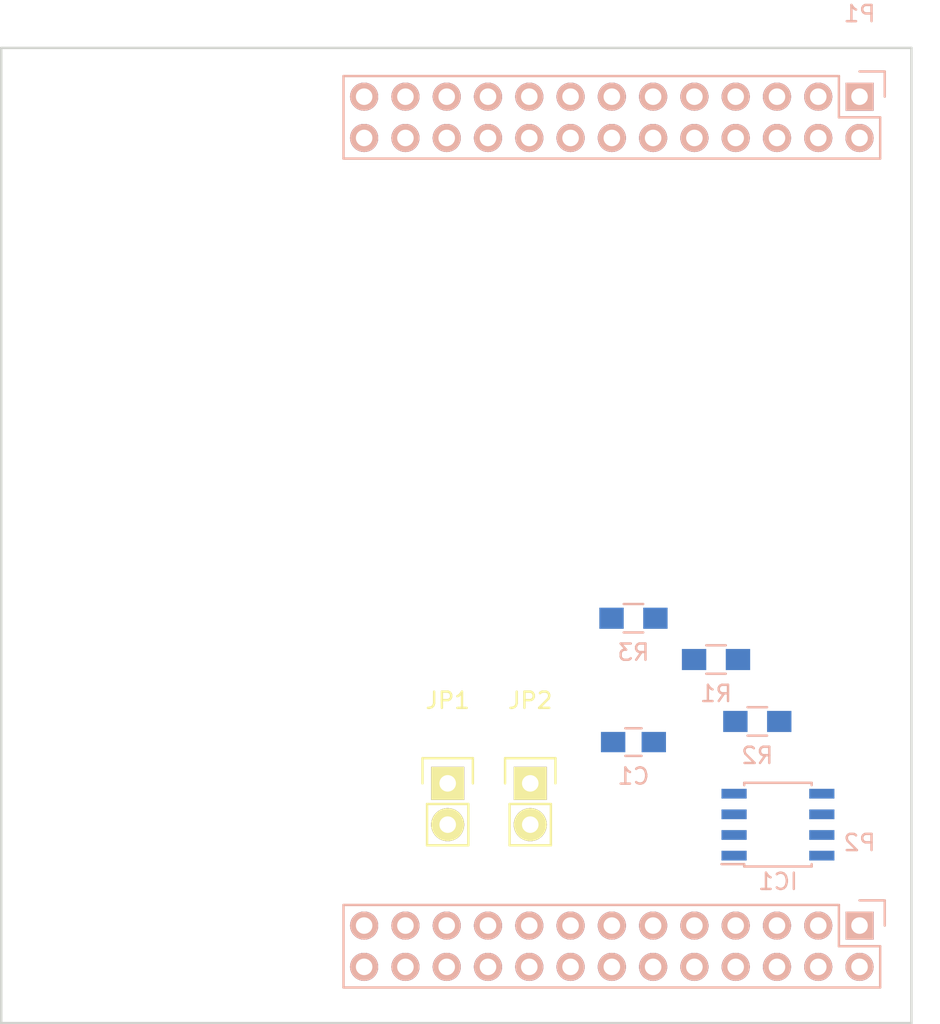
<source format=kicad_pcb>
(kicad_pcb (version 4) (host pcbnew 4.0.2-4+6225~38~ubuntu14.04.1-stable)

  (general
    (links 23)
    (no_connects 23)
    (area 49.924999 49.924999 106.075001 110.075001)
    (thickness 1.6)
    (drawings 4)
    (tracks 0)
    (zones 0)
    (modules 9)
    (nets 50)
  )

  (page A4)
  (layers
    (0 F.Cu signal)
    (31 B.Cu signal)
    (32 B.Adhes user)
    (33 F.Adhes user)
    (34 B.Paste user)
    (35 F.Paste user)
    (36 B.SilkS user)
    (37 F.SilkS user)
    (38 B.Mask user)
    (39 F.Mask user)
    (40 Dwgs.User user)
    (41 Cmts.User user)
    (42 Eco1.User user)
    (43 Eco2.User user)
    (44 Edge.Cuts user)
    (45 Margin user)
    (46 B.CrtYd user)
    (47 F.CrtYd user)
    (48 B.Fab user)
    (49 F.Fab user)
  )

  (setup
    (last_trace_width 0.25)
    (trace_clearance 0.2)
    (zone_clearance 0.508)
    (zone_45_only no)
    (trace_min 0.2)
    (segment_width 0.2)
    (edge_width 0.15)
    (via_size 0.6)
    (via_drill 0.4)
    (via_min_size 0.4)
    (via_min_drill 0.3)
    (uvia_size 0.3)
    (uvia_drill 0.1)
    (uvias_allowed no)
    (uvia_min_size 0.2)
    (uvia_min_drill 0.1)
    (pcb_text_width 0.3)
    (pcb_text_size 1.5 1.5)
    (mod_edge_width 0.15)
    (mod_text_size 1 1)
    (mod_text_width 0.15)
    (pad_size 1.524 1.524)
    (pad_drill 0.762)
    (pad_to_mask_clearance 0.2)
    (aux_axis_origin 0 0)
    (visible_elements FFFFFF7F)
    (pcbplotparams
      (layerselection 0x00030_80000001)
      (usegerberextensions false)
      (excludeedgelayer true)
      (linewidth 0.100000)
      (plotframeref false)
      (viasonmask false)
      (mode 1)
      (useauxorigin false)
      (hpglpennumber 1)
      (hpglpenspeed 20)
      (hpglpendiameter 15)
      (hpglpenoverlay 2)
      (psnegative false)
      (psa4output false)
      (plotreference true)
      (plotvalue true)
      (plotinvisibletext false)
      (padsonsilk false)
      (subtractmaskfromsilk false)
      (outputformat 1)
      (mirror false)
      (drillshape 1)
      (scaleselection 1)
      (outputdirectory ""))
  )

  (net 0 "")
  (net 1 "Net-(C1-Pad1)")
  (net 2 GND)
  (net 3 +3V3D)
  (net 4 "Net-(IC1-Pad7)")
  (net 5 I2C0_SDA)
  (net 6 I2C0_SCL)
  (net 7 "Net-(JP2-Pad1)")
  (net 8 +5VDC)
  (net 9 -3V3D)
  (net 10 SPI_MOSI)
  (net 11 SPI_MISO)
  (net 12 SPI_SCK)
  (net 13 SPI_CSN)
  (net 14 UART_TX)
  (net 15 UART_RX)
  (net 16 I2C_SCL)
  (net 17 I2C_SDA)
  (net 18 AI0)
  (net 19 AI1)
  (net 20 AI2)
  (net 21 AI3)
  (net 22 AO0)
  (net 23 AO1)
  (net 24 AO2)
  (net 25 AO3)
  (net 26 /CLKP)
  (net 27 /CLKN)
  (net 28 DIO0_P)
  (net 29 DIO0_N)
  (net 30 DIO1_P)
  (net 31 DIO1_N)
  (net 32 DIO2_P)
  (net 33 DIO2_N)
  (net 34 DIO3_P)
  (net 35 DIO3_N)
  (net 36 DIO4_P)
  (net 37 DIO4_N)
  (net 38 DIO5_P)
  (net 39 DIO5_N)
  (net 40 DIO6_P)
  (net 41 DIO6_N)
  (net 42 DIO7_P)
  (net 43 DIO7_N)
  (net 44 "Net-(P2-Pad19)")
  (net 45 "Net-(P2-Pad20)")
  (net 46 "Net-(P2-Pad21)")
  (net 47 "Net-(P2-Pad22)")
  (net 48 "Net-(P2-Pad23)")
  (net 49 "Net-(P2-Pad24)")

  (net_class Default "This is the default net class."
    (clearance 0.2)
    (trace_width 0.25)
    (via_dia 0.6)
    (via_drill 0.4)
    (uvia_dia 0.3)
    (uvia_drill 0.1)
    (add_net +3V3D)
    (add_net +5VDC)
    (add_net -3V3D)
    (add_net /CLKN)
    (add_net /CLKP)
    (add_net AI0)
    (add_net AI1)
    (add_net AI2)
    (add_net AI3)
    (add_net AO0)
    (add_net AO1)
    (add_net AO2)
    (add_net AO3)
    (add_net DIO0_N)
    (add_net DIO0_P)
    (add_net DIO1_N)
    (add_net DIO1_P)
    (add_net DIO2_N)
    (add_net DIO2_P)
    (add_net DIO3_N)
    (add_net DIO3_P)
    (add_net DIO4_N)
    (add_net DIO4_P)
    (add_net DIO5_N)
    (add_net DIO5_P)
    (add_net DIO6_N)
    (add_net DIO6_P)
    (add_net DIO7_N)
    (add_net DIO7_P)
    (add_net GND)
    (add_net I2C0_SCL)
    (add_net I2C0_SDA)
    (add_net I2C_SCL)
    (add_net I2C_SDA)
    (add_net "Net-(C1-Pad1)")
    (add_net "Net-(IC1-Pad7)")
    (add_net "Net-(JP2-Pad1)")
    (add_net "Net-(P2-Pad19)")
    (add_net "Net-(P2-Pad20)")
    (add_net "Net-(P2-Pad21)")
    (add_net "Net-(P2-Pad22)")
    (add_net "Net-(P2-Pad23)")
    (add_net "Net-(P2-Pad24)")
    (add_net SPI_CSN)
    (add_net SPI_MISO)
    (add_net SPI_MOSI)
    (add_net SPI_SCK)
    (add_net UART_RX)
    (add_net UART_TX)
  )

  (module Capacitors_SMD:C_0805_HandSoldering (layer B.Cu) (tedit 541A9B8D) (tstamp 56E56742)
    (at 88.9 92.71)
    (descr "Capacitor SMD 0805, hand soldering")
    (tags "capacitor 0805")
    (path /56E4CA4D)
    (attr smd)
    (fp_text reference C1 (at 0 2.1) (layer B.SilkS)
      (effects (font (size 1 1) (thickness 0.15)) (justify mirror))
    )
    (fp_text value 100n (at 0 -2.1) (layer B.Fab)
      (effects (font (size 1 1) (thickness 0.15)) (justify mirror))
    )
    (fp_line (start -2.3 1) (end 2.3 1) (layer B.CrtYd) (width 0.05))
    (fp_line (start -2.3 -1) (end 2.3 -1) (layer B.CrtYd) (width 0.05))
    (fp_line (start -2.3 1) (end -2.3 -1) (layer B.CrtYd) (width 0.05))
    (fp_line (start 2.3 1) (end 2.3 -1) (layer B.CrtYd) (width 0.05))
    (fp_line (start 0.5 0.85) (end -0.5 0.85) (layer B.SilkS) (width 0.15))
    (fp_line (start -0.5 -0.85) (end 0.5 -0.85) (layer B.SilkS) (width 0.15))
    (pad 1 smd rect (at -1.25 0) (size 1.5 1.25) (layers B.Cu B.Paste B.Mask)
      (net 1 "Net-(C1-Pad1)"))
    (pad 2 smd rect (at 1.25 0) (size 1.5 1.25) (layers B.Cu B.Paste B.Mask)
      (net 2 GND))
    (model Capacitors_SMD.3dshapes/C_0805_HandSoldering.wrl
      (at (xyz 0 0 0))
      (scale (xyz 1 1 1))
      (rotate (xyz 0 0 0))
    )
  )

  (module Resistors_SMD:R_0805_HandSoldering (layer B.Cu) (tedit 54189DEE) (tstamp 56E5674E)
    (at 93.98 87.63)
    (descr "Resistor SMD 0805, hand soldering")
    (tags "resistor 0805")
    (path /56E4BDE4)
    (attr smd)
    (fp_text reference R1 (at 0 2.1) (layer B.SilkS)
      (effects (font (size 1 1) (thickness 0.15)) (justify mirror))
    )
    (fp_text value 10k (at 0 -2.1) (layer B.Fab)
      (effects (font (size 1 1) (thickness 0.15)) (justify mirror))
    )
    (fp_line (start -2.4 1) (end 2.4 1) (layer B.CrtYd) (width 0.05))
    (fp_line (start -2.4 -1) (end 2.4 -1) (layer B.CrtYd) (width 0.05))
    (fp_line (start -2.4 1) (end -2.4 -1) (layer B.CrtYd) (width 0.05))
    (fp_line (start 2.4 1) (end 2.4 -1) (layer B.CrtYd) (width 0.05))
    (fp_line (start 0.6 -0.875) (end -0.6 -0.875) (layer B.SilkS) (width 0.15))
    (fp_line (start -0.6 0.875) (end 0.6 0.875) (layer B.SilkS) (width 0.15))
    (pad 1 smd rect (at -1.35 0) (size 1.5 1.3) (layers B.Cu B.Paste B.Mask)
      (net 3 +3V3D))
    (pad 2 smd rect (at 1.35 0) (size 1.5 1.3) (layers B.Cu B.Paste B.Mask)
      (net 4 "Net-(IC1-Pad7)"))
    (model Resistors_SMD.3dshapes/R_0805_HandSoldering.wrl
      (at (xyz 0 0 0))
      (scale (xyz 1 1 1))
      (rotate (xyz 0 0 0))
    )
  )

  (module Resistors_SMD:R_0805_HandSoldering (layer B.Cu) (tedit 54189DEE) (tstamp 56E5675A)
    (at 96.52 91.44)
    (descr "Resistor SMD 0805, hand soldering")
    (tags "resistor 0805")
    (path /56E4BC4F)
    (attr smd)
    (fp_text reference R2 (at 0 2.1) (layer B.SilkS)
      (effects (font (size 1 1) (thickness 0.15)) (justify mirror))
    )
    (fp_text value 10k (at 0 -2.1) (layer B.Fab)
      (effects (font (size 1 1) (thickness 0.15)) (justify mirror))
    )
    (fp_line (start -2.4 1) (end 2.4 1) (layer B.CrtYd) (width 0.05))
    (fp_line (start -2.4 -1) (end 2.4 -1) (layer B.CrtYd) (width 0.05))
    (fp_line (start -2.4 1) (end -2.4 -1) (layer B.CrtYd) (width 0.05))
    (fp_line (start 2.4 1) (end 2.4 -1) (layer B.CrtYd) (width 0.05))
    (fp_line (start 0.6 -0.875) (end -0.6 -0.875) (layer B.SilkS) (width 0.15))
    (fp_line (start -0.6 0.875) (end 0.6 0.875) (layer B.SilkS) (width 0.15))
    (pad 1 smd rect (at -1.35 0) (size 1.5 1.3) (layers B.Cu B.Paste B.Mask)
      (net 3 +3V3D))
    (pad 2 smd rect (at 1.35 0) (size 1.5 1.3) (layers B.Cu B.Paste B.Mask)
      (net 5 I2C0_SDA))
    (model Resistors_SMD.3dshapes/R_0805_HandSoldering.wrl
      (at (xyz 0 0 0))
      (scale (xyz 1 1 1))
      (rotate (xyz 0 0 0))
    )
  )

  (module Resistors_SMD:R_0805_HandSoldering (layer B.Cu) (tedit 54189DEE) (tstamp 56E56766)
    (at 88.9 85.09)
    (descr "Resistor SMD 0805, hand soldering")
    (tags "resistor 0805")
    (path /56E4BD69)
    (attr smd)
    (fp_text reference R3 (at 0 2.1) (layer B.SilkS)
      (effects (font (size 1 1) (thickness 0.15)) (justify mirror))
    )
    (fp_text value 10k (at 0 -2.1) (layer B.Fab)
      (effects (font (size 1 1) (thickness 0.15)) (justify mirror))
    )
    (fp_line (start -2.4 1) (end 2.4 1) (layer B.CrtYd) (width 0.05))
    (fp_line (start -2.4 -1) (end 2.4 -1) (layer B.CrtYd) (width 0.05))
    (fp_line (start -2.4 1) (end -2.4 -1) (layer B.CrtYd) (width 0.05))
    (fp_line (start 2.4 1) (end 2.4 -1) (layer B.CrtYd) (width 0.05))
    (fp_line (start 0.6 -0.875) (end -0.6 -0.875) (layer B.SilkS) (width 0.15))
    (fp_line (start -0.6 0.875) (end 0.6 0.875) (layer B.SilkS) (width 0.15))
    (pad 1 smd rect (at -1.35 0) (size 1.5 1.3) (layers B.Cu B.Paste B.Mask)
      (net 3 +3V3D))
    (pad 2 smd rect (at 1.35 0) (size 1.5 1.3) (layers B.Cu B.Paste B.Mask)
      (net 6 I2C0_SCL))
    (model Resistors_SMD.3dshapes/R_0805_HandSoldering.wrl
      (at (xyz 0 0 0))
      (scale (xyz 1 1 1))
      (rotate (xyz 0 0 0))
    )
  )

  (module Pin_Headers:Pin_Header_Straight_1x02 (layer F.Cu) (tedit 54EA090C) (tstamp 56E5701C)
    (at 77.47 95.25)
    (descr "Through hole pin header")
    (tags "pin header")
    (path /56E4C208)
    (fp_text reference JP1 (at 0 -5.1) (layer F.SilkS)
      (effects (font (size 1 1) (thickness 0.15)))
    )
    (fp_text value JUMPER (at 0 -3.1) (layer F.Fab)
      (effects (font (size 1 1) (thickness 0.15)))
    )
    (fp_line (start 1.27 1.27) (end 1.27 3.81) (layer F.SilkS) (width 0.15))
    (fp_line (start 1.55 -1.55) (end 1.55 0) (layer F.SilkS) (width 0.15))
    (fp_line (start -1.75 -1.75) (end -1.75 4.3) (layer F.CrtYd) (width 0.05))
    (fp_line (start 1.75 -1.75) (end 1.75 4.3) (layer F.CrtYd) (width 0.05))
    (fp_line (start -1.75 -1.75) (end 1.75 -1.75) (layer F.CrtYd) (width 0.05))
    (fp_line (start -1.75 4.3) (end 1.75 4.3) (layer F.CrtYd) (width 0.05))
    (fp_line (start 1.27 1.27) (end -1.27 1.27) (layer F.SilkS) (width 0.15))
    (fp_line (start -1.55 0) (end -1.55 -1.55) (layer F.SilkS) (width 0.15))
    (fp_line (start -1.55 -1.55) (end 1.55 -1.55) (layer F.SilkS) (width 0.15))
    (fp_line (start -1.27 1.27) (end -1.27 3.81) (layer F.SilkS) (width 0.15))
    (fp_line (start -1.27 3.81) (end 1.27 3.81) (layer F.SilkS) (width 0.15))
    (pad 1 thru_hole rect (at 0 0) (size 2.032 2.032) (drill 1.016) (layers *.Cu *.Mask F.SilkS)
      (net 4 "Net-(IC1-Pad7)"))
    (pad 2 thru_hole oval (at 0 2.54) (size 2.032 2.032) (drill 1.016) (layers *.Cu *.Mask F.SilkS)
      (net 2 GND))
    (model Pin_Headers.3dshapes/Pin_Header_Straight_1x02.wrl
      (at (xyz 0 -0.05 0))
      (scale (xyz 1 1 1))
      (rotate (xyz 0 0 90))
    )
  )

  (module Pin_Headers:Pin_Header_Straight_1x02 (layer F.Cu) (tedit 54EA090C) (tstamp 56E5702D)
    (at 82.55 95.25)
    (descr "Through hole pin header")
    (tags "pin header")
    (path /56DF7FEF)
    (fp_text reference JP2 (at 0 -5.1) (layer F.SilkS)
      (effects (font (size 1 1) (thickness 0.15)))
    )
    (fp_text value JUMPER (at 0 -3.1) (layer F.Fab)
      (effects (font (size 1 1) (thickness 0.15)))
    )
    (fp_line (start 1.27 1.27) (end 1.27 3.81) (layer F.SilkS) (width 0.15))
    (fp_line (start 1.55 -1.55) (end 1.55 0) (layer F.SilkS) (width 0.15))
    (fp_line (start -1.75 -1.75) (end -1.75 4.3) (layer F.CrtYd) (width 0.05))
    (fp_line (start 1.75 -1.75) (end 1.75 4.3) (layer F.CrtYd) (width 0.05))
    (fp_line (start -1.75 -1.75) (end 1.75 -1.75) (layer F.CrtYd) (width 0.05))
    (fp_line (start -1.75 4.3) (end 1.75 4.3) (layer F.CrtYd) (width 0.05))
    (fp_line (start 1.27 1.27) (end -1.27 1.27) (layer F.SilkS) (width 0.15))
    (fp_line (start -1.55 0) (end -1.55 -1.55) (layer F.SilkS) (width 0.15))
    (fp_line (start -1.55 -1.55) (end 1.55 -1.55) (layer F.SilkS) (width 0.15))
    (fp_line (start -1.27 1.27) (end -1.27 3.81) (layer F.SilkS) (width 0.15))
    (fp_line (start -1.27 3.81) (end 1.27 3.81) (layer F.SilkS) (width 0.15))
    (pad 1 thru_hole rect (at 0 0) (size 2.032 2.032) (drill 1.016) (layers *.Cu *.Mask F.SilkS)
      (net 7 "Net-(JP2-Pad1)"))
    (pad 2 thru_hole oval (at 0 2.54) (size 2.032 2.032) (drill 1.016) (layers *.Cu *.Mask F.SilkS)
      (net 2 GND))
    (model Pin_Headers.3dshapes/Pin_Header_Straight_1x02.wrl
      (at (xyz 0 -0.05 0))
      (scale (xyz 1 1 1))
      (rotate (xyz 0 0 90))
    )
  )

  (module Socket_Strips:Socket_Strip_Straight_2x13 (layer B.Cu) (tedit 0) (tstamp 56E57057)
    (at 102.81 53 180)
    (descr "Through hole socket strip")
    (tags "socket strip")
    (path /56E4CDC9)
    (fp_text reference P1 (at 0 5.1 180) (layer B.SilkS)
      (effects (font (size 1 1) (thickness 0.15)) (justify mirror))
    )
    (fp_text value CONN_02X13 (at 0 3.1 180) (layer B.Fab)
      (effects (font (size 1 1) (thickness 0.15)) (justify mirror))
    )
    (fp_line (start -1.75 1.75) (end -1.75 -4.3) (layer B.CrtYd) (width 0.05))
    (fp_line (start 32.25 1.75) (end 32.25 -4.3) (layer B.CrtYd) (width 0.05))
    (fp_line (start -1.75 1.75) (end 32.25 1.75) (layer B.CrtYd) (width 0.05))
    (fp_line (start -1.75 -4.3) (end 32.25 -4.3) (layer B.CrtYd) (width 0.05))
    (fp_line (start -1.27 -3.81) (end 31.75 -3.81) (layer B.SilkS) (width 0.15))
    (fp_line (start 1.27 1.27) (end 31.75 1.27) (layer B.SilkS) (width 0.15))
    (fp_line (start 31.75 -3.81) (end 31.75 1.27) (layer B.SilkS) (width 0.15))
    (fp_line (start -1.27 -3.81) (end -1.27 -1.27) (layer B.SilkS) (width 0.15))
    (fp_line (start 0 1.55) (end -1.55 1.55) (layer B.SilkS) (width 0.15))
    (fp_line (start -1.27 -1.27) (end 1.27 -1.27) (layer B.SilkS) (width 0.15))
    (fp_line (start 1.27 -1.27) (end 1.27 1.27) (layer B.SilkS) (width 0.15))
    (fp_line (start -1.55 1.55) (end -1.55 0) (layer B.SilkS) (width 0.15))
    (pad 1 thru_hole rect (at 0 0 180) (size 1.7272 1.7272) (drill 1.016) (layers *.Cu *.Mask B.SilkS)
      (net 8 +5VDC))
    (pad 2 thru_hole oval (at 0 -2.54 180) (size 1.7272 1.7272) (drill 1.016) (layers *.Cu *.Mask B.SilkS)
      (net 9 -3V3D))
    (pad 3 thru_hole oval (at 2.54 0 180) (size 1.7272 1.7272) (drill 1.016) (layers *.Cu *.Mask B.SilkS)
      (net 10 SPI_MOSI))
    (pad 4 thru_hole oval (at 2.54 -2.54 180) (size 1.7272 1.7272) (drill 1.016) (layers *.Cu *.Mask B.SilkS)
      (net 11 SPI_MISO))
    (pad 5 thru_hole oval (at 5.08 0 180) (size 1.7272 1.7272) (drill 1.016) (layers *.Cu *.Mask B.SilkS)
      (net 12 SPI_SCK))
    (pad 6 thru_hole oval (at 5.08 -2.54 180) (size 1.7272 1.7272) (drill 1.016) (layers *.Cu *.Mask B.SilkS)
      (net 13 SPI_CSN))
    (pad 7 thru_hole oval (at 7.62 0 180) (size 1.7272 1.7272) (drill 1.016) (layers *.Cu *.Mask B.SilkS)
      (net 14 UART_TX))
    (pad 8 thru_hole oval (at 7.62 -2.54 180) (size 1.7272 1.7272) (drill 1.016) (layers *.Cu *.Mask B.SilkS)
      (net 15 UART_RX))
    (pad 9 thru_hole oval (at 10.16 0 180) (size 1.7272 1.7272) (drill 1.016) (layers *.Cu *.Mask B.SilkS)
      (net 16 I2C_SCL))
    (pad 10 thru_hole oval (at 10.16 -2.54 180) (size 1.7272 1.7272) (drill 1.016) (layers *.Cu *.Mask B.SilkS)
      (net 17 I2C_SDA))
    (pad 11 thru_hole oval (at 12.7 0 180) (size 1.7272 1.7272) (drill 1.016) (layers *.Cu *.Mask B.SilkS)
      (net 7 "Net-(JP2-Pad1)"))
    (pad 12 thru_hole oval (at 12.7 -2.54 180) (size 1.7272 1.7272) (drill 1.016) (layers *.Cu *.Mask B.SilkS)
      (net 2 GND))
    (pad 13 thru_hole oval (at 15.24 0 180) (size 1.7272 1.7272) (drill 1.016) (layers *.Cu *.Mask B.SilkS)
      (net 18 AI0))
    (pad 14 thru_hole oval (at 15.24 -2.54 180) (size 1.7272 1.7272) (drill 1.016) (layers *.Cu *.Mask B.SilkS)
      (net 19 AI1))
    (pad 15 thru_hole oval (at 17.78 0 180) (size 1.7272 1.7272) (drill 1.016) (layers *.Cu *.Mask B.SilkS)
      (net 20 AI2))
    (pad 16 thru_hole oval (at 17.78 -2.54 180) (size 1.7272 1.7272) (drill 1.016) (layers *.Cu *.Mask B.SilkS)
      (net 21 AI3))
    (pad 17 thru_hole oval (at 20.32 0 180) (size 1.7272 1.7272) (drill 1.016) (layers *.Cu *.Mask B.SilkS)
      (net 22 AO0))
    (pad 18 thru_hole oval (at 20.32 -2.54 180) (size 1.7272 1.7272) (drill 1.016) (layers *.Cu *.Mask B.SilkS)
      (net 23 AO1))
    (pad 19 thru_hole oval (at 22.86 0 180) (size 1.7272 1.7272) (drill 1.016) (layers *.Cu *.Mask B.SilkS)
      (net 24 AO2))
    (pad 20 thru_hole oval (at 22.86 -2.54 180) (size 1.7272 1.7272) (drill 1.016) (layers *.Cu *.Mask B.SilkS)
      (net 25 AO3))
    (pad 21 thru_hole oval (at 25.4 0 180) (size 1.7272 1.7272) (drill 1.016) (layers *.Cu *.Mask B.SilkS)
      (net 2 GND))
    (pad 22 thru_hole oval (at 25.4 -2.54 180) (size 1.7272 1.7272) (drill 1.016) (layers *.Cu *.Mask B.SilkS)
      (net 2 GND))
    (pad 23 thru_hole oval (at 27.94 0 180) (size 1.7272 1.7272) (drill 1.016) (layers *.Cu *.Mask B.SilkS)
      (net 26 /CLKP))
    (pad 24 thru_hole oval (at 27.94 -2.54 180) (size 1.7272 1.7272) (drill 1.016) (layers *.Cu *.Mask B.SilkS)
      (net 27 /CLKN))
    (pad 25 thru_hole oval (at 30.48 0 180) (size 1.7272 1.7272) (drill 1.016) (layers *.Cu *.Mask B.SilkS)
      (net 2 GND))
    (pad 26 thru_hole oval (at 30.48 -2.54 180) (size 1.7272 1.7272) (drill 1.016) (layers *.Cu *.Mask B.SilkS)
      (net 2 GND))
    (model Socket_Strips.3dshapes/Socket_Strip_Straight_2x13.wrl
      (at (xyz 0.6 -0.05 0))
      (scale (xyz 1 1 1))
      (rotate (xyz 0 0 180))
    )
  )

  (module Socket_Strips:Socket_Strip_Straight_2x13 (layer B.Cu) (tedit 0) (tstamp 56E57081)
    (at 102.81 104 180)
    (descr "Through hole socket strip")
    (tags "socket strip")
    (path /56E55A5A)
    (fp_text reference P2 (at 0 5.1 180) (layer B.SilkS)
      (effects (font (size 1 1) (thickness 0.15)) (justify mirror))
    )
    (fp_text value CONN_02X13 (at 0 3.1 180) (layer B.Fab)
      (effects (font (size 1 1) (thickness 0.15)) (justify mirror))
    )
    (fp_line (start -1.75 1.75) (end -1.75 -4.3) (layer B.CrtYd) (width 0.05))
    (fp_line (start 32.25 1.75) (end 32.25 -4.3) (layer B.CrtYd) (width 0.05))
    (fp_line (start -1.75 1.75) (end 32.25 1.75) (layer B.CrtYd) (width 0.05))
    (fp_line (start -1.75 -4.3) (end 32.25 -4.3) (layer B.CrtYd) (width 0.05))
    (fp_line (start -1.27 -3.81) (end 31.75 -3.81) (layer B.SilkS) (width 0.15))
    (fp_line (start 1.27 1.27) (end 31.75 1.27) (layer B.SilkS) (width 0.15))
    (fp_line (start 31.75 -3.81) (end 31.75 1.27) (layer B.SilkS) (width 0.15))
    (fp_line (start -1.27 -3.81) (end -1.27 -1.27) (layer B.SilkS) (width 0.15))
    (fp_line (start 0 1.55) (end -1.55 1.55) (layer B.SilkS) (width 0.15))
    (fp_line (start -1.27 -1.27) (end 1.27 -1.27) (layer B.SilkS) (width 0.15))
    (fp_line (start 1.27 -1.27) (end 1.27 1.27) (layer B.SilkS) (width 0.15))
    (fp_line (start -1.55 1.55) (end -1.55 0) (layer B.SilkS) (width 0.15))
    (pad 1 thru_hole rect (at 0 0 180) (size 1.7272 1.7272) (drill 1.016) (layers *.Cu *.Mask B.SilkS)
      (net 3 +3V3D))
    (pad 2 thru_hole oval (at 0 -2.54 180) (size 1.7272 1.7272) (drill 1.016) (layers *.Cu *.Mask B.SilkS)
      (net 3 +3V3D))
    (pad 3 thru_hole oval (at 2.54 0 180) (size 1.7272 1.7272) (drill 1.016) (layers *.Cu *.Mask B.SilkS)
      (net 28 DIO0_P))
    (pad 4 thru_hole oval (at 2.54 -2.54 180) (size 1.7272 1.7272) (drill 1.016) (layers *.Cu *.Mask B.SilkS)
      (net 29 DIO0_N))
    (pad 5 thru_hole oval (at 5.08 0 180) (size 1.7272 1.7272) (drill 1.016) (layers *.Cu *.Mask B.SilkS)
      (net 30 DIO1_P))
    (pad 6 thru_hole oval (at 5.08 -2.54 180) (size 1.7272 1.7272) (drill 1.016) (layers *.Cu *.Mask B.SilkS)
      (net 31 DIO1_N))
    (pad 7 thru_hole oval (at 7.62 0 180) (size 1.7272 1.7272) (drill 1.016) (layers *.Cu *.Mask B.SilkS)
      (net 32 DIO2_P))
    (pad 8 thru_hole oval (at 7.62 -2.54 180) (size 1.7272 1.7272) (drill 1.016) (layers *.Cu *.Mask B.SilkS)
      (net 33 DIO2_N))
    (pad 9 thru_hole oval (at 10.16 0 180) (size 1.7272 1.7272) (drill 1.016) (layers *.Cu *.Mask B.SilkS)
      (net 34 DIO3_P))
    (pad 10 thru_hole oval (at 10.16 -2.54 180) (size 1.7272 1.7272) (drill 1.016) (layers *.Cu *.Mask B.SilkS)
      (net 35 DIO3_N))
    (pad 11 thru_hole oval (at 12.7 0 180) (size 1.7272 1.7272) (drill 1.016) (layers *.Cu *.Mask B.SilkS)
      (net 36 DIO4_P))
    (pad 12 thru_hole oval (at 12.7 -2.54 180) (size 1.7272 1.7272) (drill 1.016) (layers *.Cu *.Mask B.SilkS)
      (net 37 DIO4_N))
    (pad 13 thru_hole oval (at 15.24 0 180) (size 1.7272 1.7272) (drill 1.016) (layers *.Cu *.Mask B.SilkS)
      (net 38 DIO5_P))
    (pad 14 thru_hole oval (at 15.24 -2.54 180) (size 1.7272 1.7272) (drill 1.016) (layers *.Cu *.Mask B.SilkS)
      (net 39 DIO5_N))
    (pad 15 thru_hole oval (at 17.78 0 180) (size 1.7272 1.7272) (drill 1.016) (layers *.Cu *.Mask B.SilkS)
      (net 40 DIO6_P))
    (pad 16 thru_hole oval (at 17.78 -2.54 180) (size 1.7272 1.7272) (drill 1.016) (layers *.Cu *.Mask B.SilkS)
      (net 41 DIO6_N))
    (pad 17 thru_hole oval (at 20.32 0 180) (size 1.7272 1.7272) (drill 1.016) (layers *.Cu *.Mask B.SilkS)
      (net 42 DIO7_P))
    (pad 18 thru_hole oval (at 20.32 -2.54 180) (size 1.7272 1.7272) (drill 1.016) (layers *.Cu *.Mask B.SilkS)
      (net 43 DIO7_N))
    (pad 19 thru_hole oval (at 22.86 0 180) (size 1.7272 1.7272) (drill 1.016) (layers *.Cu *.Mask B.SilkS)
      (net 44 "Net-(P2-Pad19)"))
    (pad 20 thru_hole oval (at 22.86 -2.54 180) (size 1.7272 1.7272) (drill 1.016) (layers *.Cu *.Mask B.SilkS)
      (net 45 "Net-(P2-Pad20)"))
    (pad 21 thru_hole oval (at 25.4 0 180) (size 1.7272 1.7272) (drill 1.016) (layers *.Cu *.Mask B.SilkS)
      (net 46 "Net-(P2-Pad21)"))
    (pad 22 thru_hole oval (at 25.4 -2.54 180) (size 1.7272 1.7272) (drill 1.016) (layers *.Cu *.Mask B.SilkS)
      (net 47 "Net-(P2-Pad22)"))
    (pad 23 thru_hole oval (at 27.94 0 180) (size 1.7272 1.7272) (drill 1.016) (layers *.Cu *.Mask B.SilkS)
      (net 48 "Net-(P2-Pad23)"))
    (pad 24 thru_hole oval (at 27.94 -2.54 180) (size 1.7272 1.7272) (drill 1.016) (layers *.Cu *.Mask B.SilkS)
      (net 49 "Net-(P2-Pad24)"))
    (pad 25 thru_hole oval (at 30.48 0 180) (size 1.7272 1.7272) (drill 1.016) (layers *.Cu *.Mask B.SilkS)
      (net 2 GND))
    (pad 26 thru_hole oval (at 30.48 -2.54 180) (size 1.7272 1.7272) (drill 1.016) (layers *.Cu *.Mask B.SilkS)
      (net 2 GND))
    (model Socket_Strips.3dshapes/Socket_Strip_Straight_2x13.wrl
      (at (xyz 0.6 -0.05 0))
      (scale (xyz 1 1 1))
      (rotate (xyz 0 0 180))
    )
  )

  (module Housings_SOIC:SOIC-8_3.9x4.9mm_Pitch1.27mm (layer B.Cu) (tedit 54130A77) (tstamp 56E571A9)
    (at 97.79 97.79)
    (descr "8-Lead Plastic Small Outline (SN) - Narrow, 3.90 mm Body [SOIC] (see Microchip Packaging Specification 00000049BS.pdf)")
    (tags "SOIC 1.27")
    (path /56E4B8EB)
    (attr smd)
    (fp_text reference IC1 (at 0 3.5) (layer B.SilkS)
      (effects (font (size 1 1) (thickness 0.15)) (justify mirror))
    )
    (fp_text value AT24LC64-I/SN (at 0 -3.5) (layer B.Fab)
      (effects (font (size 1 1) (thickness 0.15)) (justify mirror))
    )
    (fp_line (start -3.75 2.75) (end -3.75 -2.75) (layer B.CrtYd) (width 0.05))
    (fp_line (start 3.75 2.75) (end 3.75 -2.75) (layer B.CrtYd) (width 0.05))
    (fp_line (start -3.75 2.75) (end 3.75 2.75) (layer B.CrtYd) (width 0.05))
    (fp_line (start -3.75 -2.75) (end 3.75 -2.75) (layer B.CrtYd) (width 0.05))
    (fp_line (start -2.075 2.575) (end -2.075 2.43) (layer B.SilkS) (width 0.15))
    (fp_line (start 2.075 2.575) (end 2.075 2.43) (layer B.SilkS) (width 0.15))
    (fp_line (start 2.075 -2.575) (end 2.075 -2.43) (layer B.SilkS) (width 0.15))
    (fp_line (start -2.075 -2.575) (end -2.075 -2.43) (layer B.SilkS) (width 0.15))
    (fp_line (start -2.075 2.575) (end 2.075 2.575) (layer B.SilkS) (width 0.15))
    (fp_line (start -2.075 -2.575) (end 2.075 -2.575) (layer B.SilkS) (width 0.15))
    (fp_line (start -2.075 2.43) (end -3.475 2.43) (layer B.SilkS) (width 0.15))
    (pad 1 smd rect (at -2.7 1.905) (size 1.55 0.6) (layers B.Cu B.Paste B.Mask)
      (net 3 +3V3D))
    (pad 2 smd rect (at -2.7 0.635) (size 1.55 0.6) (layers B.Cu B.Paste B.Mask)
      (net 2 GND))
    (pad 3 smd rect (at -2.7 -0.635) (size 1.55 0.6) (layers B.Cu B.Paste B.Mask)
      (net 2 GND))
    (pad 4 smd rect (at -2.7 -1.905) (size 1.55 0.6) (layers B.Cu B.Paste B.Mask)
      (net 2 GND))
    (pad 5 smd rect (at 2.7 -1.905) (size 1.55 0.6) (layers B.Cu B.Paste B.Mask)
      (net 5 I2C0_SDA))
    (pad 6 smd rect (at 2.7 -0.635) (size 1.55 0.6) (layers B.Cu B.Paste B.Mask)
      (net 6 I2C0_SCL))
    (pad 7 smd rect (at 2.7 0.635) (size 1.55 0.6) (layers B.Cu B.Paste B.Mask)
      (net 4 "Net-(IC1-Pad7)"))
    (pad 8 smd rect (at 2.7 1.905) (size 1.55 0.6) (layers B.Cu B.Paste B.Mask)
      (net 3 +3V3D))
    (model Housings_SOIC.3dshapes/SOIC-8_3.9x4.9mm_Pitch1.27mm.wrl
      (at (xyz 0 0 0))
      (scale (xyz 1 1 1))
      (rotate (xyz 0 0 0))
    )
  )

  (gr_line (start 50 110) (end 50 50) (angle 90) (layer Edge.Cuts) (width 0.15))
  (gr_line (start 106 110) (end 50 110) (angle 90) (layer Edge.Cuts) (width 0.15))
  (gr_line (start 106 50) (end 106 110) (angle 90) (layer Edge.Cuts) (width 0.15))
  (gr_line (start 50 50) (end 106 50) (angle 90) (layer Edge.Cuts) (width 0.15))

)

</source>
